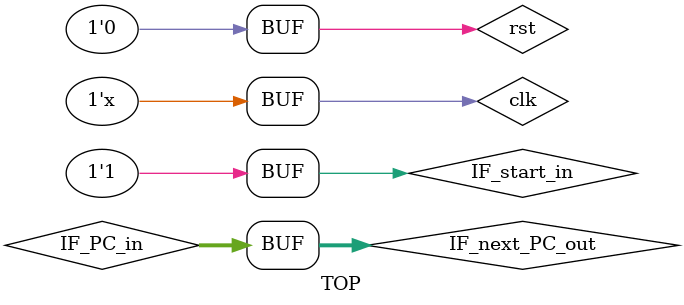
<source format=v>
`timescale 1ns / 1ps


module TOP(

    );
    
    // global signal
    reg                 clk;
    reg                 rst;
    
    // IF input
    reg                 IF_start_in;
    reg     [31:0]      IF_PC_in;
    wire                EX_pc_sel_out;
    wire    [31:0]      EX_new_pc_out;
    wire                ID_data_conflict_out;
    wire                ID_flush_out;
    // IF output
    wire     [31:0]     IF_next_PC_out;
    wire     [31:0]     IF_instruction_out;
    wire     [31:0]     IF_next_ena_out;

    // IF
    IF if_unit(
        .clk(clk),
        .rst(rst),
        .start(IF_start_in),
        .data_conflict(ID_data_conflict_out),
        .PC(IF_PC_in),        // choose PCPlus4 or nextPC
        .PC_sel(EX_pc_sel_out),
        .PC_jmp(EX_new_pc_out),
        .flush(ID_flush_out),
        
        .next_PC(IF_next_PC_out),
        .instruction(IF_instruction_out),
        .next_ena(IF_next_ena_out)
    );
    
    // ID output
    wire    [31:0]      ID_rs1_val_out;
    wire    [63:0]      ID_rs1_float_val_out;
    wire    [31:0]      ID_PC_out;
    wire                ID_operand1_sel_out;
    wire    [31:0]      ID_rs2_val_out;
    wire    [63:0]      ID_rs2_float_val_out;
    wire    [31:0]      ID_imm_out;
    wire                ID_operand2_sel_out;
    wire    [4:0]       ID_rd_idx_out;
    wire    [5:0]       ID_op_type_out;
    wire    [3:0]       ID_alu_type_out;
    wire    [11:0]      ID_csr_idx_out;
    wire                ID_next_ena_out;
    
    wire                WB_wb_out;
    wire    [4:0]       WB_wb_idx_out;
    wire    [31:0]      WB_wb_val_out;
    wire                WB_wb_float_out;
    wire    [4:0]       WB_wb_float_idx_out;
    wire    [63:0]      WB_wb_float_val_out;
    wire    [2:0]       ID_float_rm;

    ID id_unit(
        .clk(clk),
        .rst(rst),
        .start(IF_next_ena_out),
        .next_PC(IF_next_PC_out),
        .IR(IF_instruction_out),
        .wb_idx(WB_wb_idx_out),
        .wb_val(WB_wb_val_out),
        .wb(WB_wb_out),
        .wb_float_idx(WB_wb_float_idx_out),
        .wb_float_val(WB_wb_float_val_out),
        .wb_float(WB_wb_float_out),
        .pc_sel(EX_pc_sel_out),

        .rs1_val(ID_rs1_val_out),
        .rs1_float_val(ID_rs1_float_val_out),
        .PC(ID_PC_out),
        .operand1_sel(ID_operand1_sel_out),
        .rs2_val(ID_rs2_val_out),
        .rs2_float_val(ID_rs2_float_val_out),
        .imm(ID_imm_out),
        .operand2_sel(ID_operand2_sel_out),
        .rd_idx(ID_rd_idx_out),
        .op_type(ID_op_type_out),
        .alu_type(ID_alu_type_out),
        .float_rm(ID_float_rm),
        .csr_idx(ID_csr_idx_out),
        .data_conflict(ID_data_conflict_out),
        .next_ena(ID_next_ena_out),
        .flush(ID_flush_out)
    );

    // EX output
    wire    [31:0]      EX_rs1_val_out;
    wire    [63:0]      EX_rs1_float_val_out;        
    wire    [31:0]      EX_PC_out;
    wire    [31:0]      EX_rs2_val_out;
    wire    [63:0]      EX_rs2_float_val_out;
    wire    [31:0]      EX_imm_out;
    wire    [4:0]       EX_rd_idx_out;
    wire    [5:0]       EX_op_type_out;
    wire    [11:0]      EX_csr_idx_out;
    wire    [31:0]      EX_ex_output_out;
    wire    [7:0]       EX_mask_out;
    wire                EX_next_ena_out;
    wire                EX_store_ena_out;
    wire    [63:0]      EX_ex_float_output;
    wire    [2:0]       EX_float_rm_out;
    wire    [2:0]       EX_float_rm_val;
    wire    [4:0]       EX_fflags_accured_exceptions;

    EX ex_unit(
        .clk(clk),
        .rst(rst),
        .start(~ID_data_conflict_out),
        .rs1_val(ID_rs1_val_out),
        .rs1_float_val(ID_rs1_float_val_out),
        .PC(ID_PC_out),
        .operand1_sel(ID_operand1_sel_out),
        .rs2_val(ID_rs2_val_out),
        .rs2_float_val(ID_rs2_float_val_out),
        .imm(ID_imm_out),
        .operand2_sel(ID_operand2_sel_out),
        .rd_idx(ID_rd_idx_out),
        .op_type(ID_op_type_out),
        .alu_type(ID_alu_type_out),
        .float_rm(ID_float_rm),
        .csr_idx(ID_csr_idx_out),
  
        .rs1_val_out(EX_rs1_val_out),
        .rs1_float_val_out(EX_rs1_float_val_out),        
        .PC_out(EX_PC_out),
        .rs2_val_out(EX_rs2_val_out),
        .rs2_float_val_out(EX_rs2_float_val_out),
        .imm_out(EX_imm_out),
        .rd_idx_out(EX_rd_idx_out),
        .op_type_out(EX_op_type_out),
        .csr_idx_out(EX_csr_idx_out),

        .ex_output(EX_ex_output_out),
        .ex_float_output(EX_ex_float_output),
        .float_rm_out(EX_float_rm_out),
        .float_rm_val(EX_float_rm_val),
        .fflags_accured_exceptions(EX_fflags_accured_exceptions),
        .pc_sel(EX_pc_sel_out),
        .new_pc(EX_new_pc_out),
        .mask(EX_mask_out),
        .next_ena(EX_next_ena_out),
        .store_ena(EX_store_ena_out)
    );

    // MEM output
    wire    [31:0]      MEM_rd_val_out;
    wire    [63:0]      MEM_rd_float_val_out;
    wire    [4:0]       MEM_rd_idx_out;
    wire    [5:0]       MEM_op_type_out;
    wire    [31:0]      MEM_rs1_val_out;
    wire    [31:0]      MEM_imm_out;
    wire    [11:0]      MEM_csr_idx_out;
    wire                MEM_next_ena_out;
    wire    [2:0]       MEM_float_rm_out;
    wire    [2:0]       MEM_float_rm_val_out;
    wire    [4:0]       MEM_fflags_accured_exceptions_out;

    // MEM
     MEM mem_unit(
        .clk(clk),
        .rst(rst),
        .start(EX_next_ena_out),
        .ex_output(EX_ex_output_out),
        .ex_float_output(EX_ex_float_output),
        .float_rm(EX_float_rm_out),
        .float_rm_val(EX_float_rm_val),
        .fflags_accured_exceptions(EX_fflags_accured_exceptions),
        .rd_idx(EX_rd_idx_out),
        .op_type(EX_op_type_out),
        .rs1_val(EX_rs1_val_out),
        .rs1_float_val(EX_rs1_float_val_out),
        .rs2_val(EX_rs2_val_out),
        .rs2_float_val(EX_rs2_float_val_out),
        .imm(EX_imm_out),
        .PC(EX_PC_out),
        .csr_idx(EX_csr_idx_out),
        .mask(EX_mask_out),
        .store_ena(EX_store_ena_out),

        .rd_val(MEM_rd_val_out),
        .rd_float_val(MEM_rd_float_val_out),
        .float_rm_out(MEM_float_rm_out),
        .float_rm_val_out(MEM_float_rm_val_out),
        .fflags_accured_exceptions_out(MEM_fflags_accured_exceptions_out),
        .rd_idx_out(MEM_rd_idx_out),
        .op_type_out(MEM_op_type_out),
        .rs1_val_out(MEM_rs1_val_out),
        .imm_out(MEM_imm_out),
        .csr_idx_out(MEM_csr_idx_out),
        .next_ena(MEM_next_ena_out)
    );
    
    // WB
    WB wb_unit(
        .clk(clk),
        .rst(rst),
        .start(MEM_next_ena_out),

        .rd_val(MEM_rd_val_out),
        .rd_float_val(MEM_rd_float_val_out),
        .rd_idx(MEM_rd_idx_out),
        .op_type(MEM_op_type_out),
        .rs1_val(MEM_rs1_val_out),
        .imm(MEM_imm_out),
        .csr_idx(MEM_csr_idx_out),
        .float_rm(MEM_float_rm_out),
        .float_rm_val(MEM_float_rm_val_out),
        .fflags_accured_exceptions(MEM_fflags_accured_exceptions_out),

        .wb(WB_wb_out),
        .wb_idx(WB_wb_idx_out),
        .wb_val(WB_wb_val_out),
        .wb_float(WB_wb_float_out),
        .wb_float_idx(WB_wb_float_idx_out),
        .wb_float_val(WB_wb_float_val_out)
    );

    
//    // ID input
//    wire     [4:0]   wbRd_wb_out;
//    wire     [31:0]  wbV_wb_out;
//    wire             wb_wb_out;
//    // ID output
//    wire    [31:0]  rs1_val_id_out;
//    wire    [31:0]  rs2_val_id_out;
//    wire    [31:0]  imm_id_out;
//    wire    [4:0]   rd_idx_id_out;
//    wire    [3:0]   op_type_id_out;
//    wire    [3:0]   alu_type_id_out;
//    wire    [3:0]   br_type_id_out;
//    wire            operand_type_id_out;
//    wire    [31:0]   newpc_id_out;
//    wire            pc_sel_id_out;
//    wire            rd_pc_id_out;
//    wire            rdpc_sel_id_out;
//    wire            csr_idx_id_out;
    
//    // ID
//    ID id_unit(
//        .clk(clk),
//        .rst(rst),
//        .start(id_ena),
//        .NPC(next_PC),
//        .IR(instruction),
//        .wbRd(wbRd_wb_out),
//        .wbV(wbV_wb_out),
//        .wb(wb_wb_out),
//        .br_flush(br_flush_ex_out),
//        .rs1_val(rs1_val_id_out),
//        .rs2_val(rs2_val_id_out),
//        .imm(imm_id_out),
//        .rd_idx(rd_idx_id_out),
//    // no op(1), load(5), store(3), write rd(1), csr(6)
//        .op_type(op_type_id_out),
//    // << >> + - ^ & | cmp(<) * / %
//        .alu_type(alu_type_id_out),
//        .br_type(br_type_id_out),
//        .operand_type(operand_type_id_out),
//        .npc_id(newpc_id_out),
//        .stall(stall_id_out),
//        .csr_idx(csr_idx_id_out),
//        .flush(flush)
//    );
    
//    // EX output
//    wire    [31:0]      rs1_val_ex_out;        // just forward
//    wire    [31:0]      rs2_val_ex_out;
//    wire    [31:0]      imm_ex_out;
//    wire    [4:0]       rd_idx_ex_out;
//    wire    [3:0]       op_type_ex_out;
//    wire    [3:0]       csr_idx_ex_out;
//    wire    [31:0]      ex_output_ex_out;
//    wire                mem_stall_ex_out;
//    wire                alu_w_rd_ex_out;
//    wire     [3:0]      mask_ex_out;
//    wire                store_ena_ex_out;
    
//    EX ex_unit(
//        .clk(clk),
//        .rst(rst),
//        .start(~stall_id_out),

//        .rs1_val(rs1_val_id_out),
//        .rs2_val(rs2_val_id_out),
//        .imm(imm_id_out),
//        .npc_ex(newpc_id_out),
//        .rd_idx(rd_idx_id_out),
//        .op_type(op_type_id_out),
//        .alu_type(alu_type_id_out),
//        .br_type(br_type_id_out),
//        .operand2_sel(operand_type_id_out),
//        .csr_idx(csr_idx_id_out),
  
//        .rs1_val_out(rs1_val_ex_out),        // just forward
//        .rs2_val_out(rs2_val_ex_out),
//        .imm_out(imm_ex_out),
//        .rd_idx_out(rd_idx_ex_out),
//        .op_type_out(op_type_ex_out),
//        .csr_idx_out(csr_idx_ex_out),

//        .ex_output(ex_output_ex_out),           // address or rd_val
//        .mem_stall(mem_stall_ex_out),
//        .alu_w_rd(alu_w_rd_ex_out),
//        .newpc(newpc_ex_out),
//        .pc_sel(pc_sel_ex_out),
//        .br_flush(br_flush_ex_out),
//        .mask(mask_ex_out),
//        .store_ena(store_ena_ex_out)
//    );
    
//    // MEM output
//    wire[31:0] rd_val_mem_out;
//    wire[4:0] rd_idx_out_mem_out;
//    wire[3:0] op_type_out_mem_out;
//    wire[31:0] rs1_val_out_mem_out;
//    wire[31:0] imm_out_mem_out;
//    wire[11:0] csr_idx_out_mem_out;
//    wire wb_ena_mem_out;
    
//    MEM mem_unit(
//        .clk(clk),
//        .rst(rst),
//        .start(mem_stall_ex_out),

//        .ex_output(ex_output_ex_out),
//        .rd_idx(rd_idx_ex_out),
//        .op_type(op_type_ex_out),
//        .rs1_val(rs1_val_ex_out),
//        .rs2_val(rs2_val_ex_out),
//        .imm(imm_ex_out),
//        .csr_idx(csr_idx_ex_out),
//        .alu_w_rd(alu_w_rd_ex_out),
//        .mask(mask_ex_out),
//        .store_ena(store_ena_ex_out),

//        .rd_val(rd_val_mem_out),
//        .rd_idx_out(rd_idx_out_mem_out),
//        .op_type_out(op_type_out_mem_out),
//        .rs1_val_out(rs1_val_out_mem_out),
//        .imm_out(imm_out_mem_out),
//        .csr_idx_out(csr_idx_out_mem_out),
//        .wb_ena(wb_ena_mem_out)
//        );
         
    
//    WB wb_unit(
//        .clk(clk),
//        .rst(rst),
//        .start(IF_start),
        
//        .rd_val(rd_val_mem_out),
//        .rd_idx(rd_idx_out_mem_out),
//        .op_type(op_type_out_mem_out),
//        .rs1_val(rs1_val_out_mem_out),
//        .imm(imm_out_mem_out),
//        .csr_idx(csr_idx_out_mem_out),
//        .wb_ena(wb_ena_mem_out),
//        .wb(wb_wb_out),
//        .wbRd(wbRd_wb_out),
//        .wbV(wbV_wb_out)
//        );

    
    initial begin
        // IF input
        clk = 1'b0;
        rst = 1'b1;
        IF_PC_in = 32'h0001008c;
//        IF_PC_in = 32'h00000000;
        IF_start_in = 1'b1;
    end
    
    always #50 rst = 1'b0;
    
    always #50 begin 
        clk = ~clk;
        IF_PC_in = IF_next_PC_out;
    end
    
endmodule

</source>
